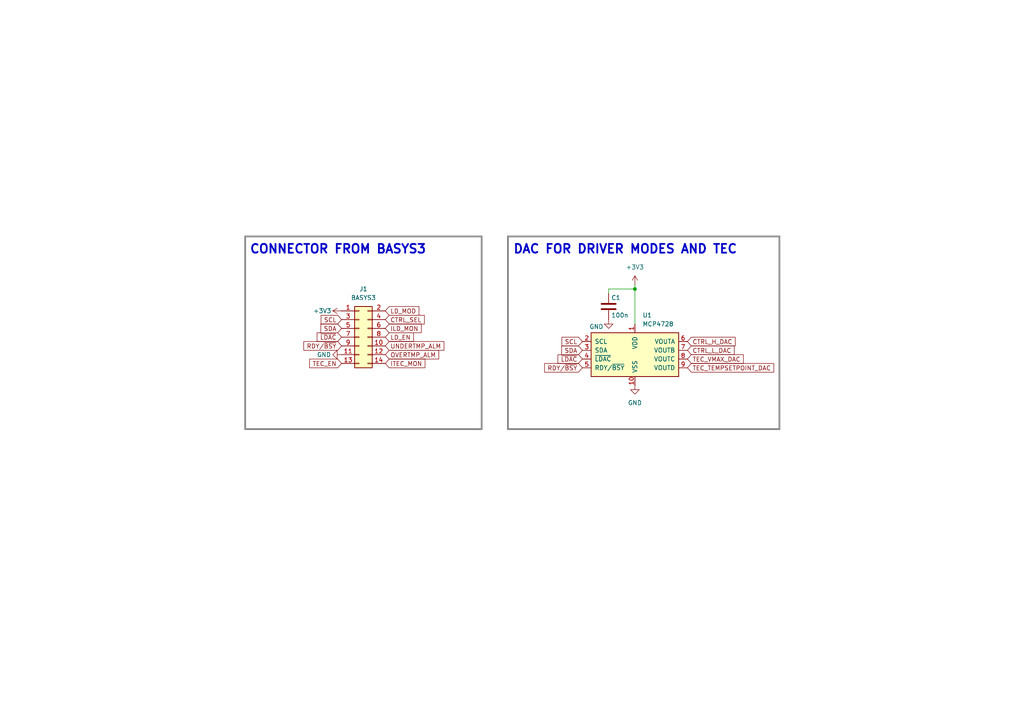
<source format=kicad_sch>
(kicad_sch (version 20241004) (generator "eeschema") (generator_version "8.99")
  (paper "A4")
  (title_block (date "2024-03-27") (comment 1 "Mirco Tollardo"))
  (lib_symbols
    (symbol "Analog_DAC:MCP4728" (pin_names (offset 1.016))
      (property "Reference" "U" (at -12.7 6.35 0))
      (property "Value" "MCP4728" (at 12.7 6.35 0))
      (symbol "MCP4728_0_1"
        (rectangle (start -12.7 5.08) (end 12.7 -7.62) (stroke (width 0.254)) (fill (type background)))
      )
      (symbol "MCP4728_1_1"
        (pin input line (at -15.24 2.54 0) (length 2.54) (name "SCL") (number "2"))
        (pin bidirectional line (at -15.24 0 0) (length 2.54) (name "SDA") (number "3"))
        (pin input line (at -15.24 -2.54 0) (length 2.54) (name "~{LDAC}") (number "4"))
        (pin output line (at -15.24 -5.08 0) (length 2.54) (name "RDY/~{BSY}") (number "5"))
        (pin power_in line (at 0 7.62 270) (length 2.54) (name "VDD") (number "1"))
        (pin power_in line (at 0 -10.16 90) (length 2.54) (name "VSS") (number "10"))
        (pin output line (at 15.24 2.54 180) (length 2.54) (name "VOUTA") (number "6"))
        (pin output line (at 15.24 0 180) (length 2.54) (name "VOUTB") (number "7"))
        (pin output line (at 15.24 -2.54 180) (length 2.54) (name "VOUTC") (number "8"))
        (pin output line (at 15.24 -5.08 180) (length 2.54) (name "VOUTD") (number "9"))
      )
    )
    (symbol "Connector_Generic:Conn_02x07_Odd_Even" (pin_names (offset 1.016) (hide yes))
      (property "Reference" "J" (at 1.27 10.16 0))
      (property "Value" "Conn_02x07_Odd_Even" (at 1.27 -10.16 0))
      (symbol "Conn_02x07_Odd_Even_1_1"
        (rectangle (start -1.27 8.89) (end 3.81 -8.89) (stroke (width 0.254)) (fill (type background)))
        (rectangle (start -1.27 7.747) (end 0 7.493) (stroke (width 0.1524)))
        (rectangle (start -1.27 5.207) (end 0 4.953) (stroke (width 0.1524)))
        (rectangle (start -1.27 2.667) (end 0 2.413) (stroke (width 0.1524)))
        (rectangle (start -1.27 0.127) (end 0 -0.127) (stroke (width 0.1524)))
        (rectangle (start -1.27 -2.413) (end 0 -2.667) (stroke (width 0.1524)))
        (rectangle (start -1.27 -4.953) (end 0 -5.207) (stroke (width 0.1524)))
        (rectangle (start -1.27 -7.493) (end 0 -7.747) (stroke (width 0.1524)))
        (rectangle (start 3.81 7.747) (end 2.54 7.493) (stroke (width 0.1524)))
        (rectangle (start 3.81 5.207) (end 2.54 4.953) (stroke (width 0.1524)))
        (rectangle (start 3.81 2.667) (end 2.54 2.413) (stroke (width 0.1524)))
        (rectangle (start 3.81 0.127) (end 2.54 -0.127) (stroke (width 0.1524)))
        (rectangle (start 3.81 -2.413) (end 2.54 -2.667) (stroke (width 0.1524)))
        (rectangle (start 3.81 -4.953) (end 2.54 -5.207) (stroke (width 0.1524)))
        (rectangle (start 3.81 -7.493) (end 2.54 -7.747) (stroke (width 0.1524)))
        (pin passive line (at -5.08 7.62 0) (length 3.81) (name "Pin_1") (number "1"))
        (pin passive line (at -5.08 5.08 0) (length 3.81) (name "Pin_3") (number "3"))
        (pin passive line (at -5.08 2.54 0) (length 3.81) (name "Pin_5") (number "5"))
        (pin passive line (at -5.08 0 0) (length 3.81) (name "Pin_7") (number "7"))
        (pin passive line (at -5.08 -2.54 0) (length 3.81) (name "Pin_9") (number "9"))
        (pin passive line (at -5.08 -5.08 0) (length 3.81) (name "Pin_11") (number "11"))
        (pin passive line (at -5.08 -7.62 0) (length 3.81) (name "Pin_13") (number "13"))
        (pin passive line (at 7.62 7.62 180) (length 3.81) (name "Pin_2") (number "2"))
        (pin passive line (at 7.62 5.08 180) (length 3.81) (name "Pin_4") (number "4"))
        (pin passive line (at 7.62 2.54 180) (length 3.81) (name "Pin_6") (number "6"))
        (pin passive line (at 7.62 0 180) (length 3.81) (name "Pin_8") (number "8"))
        (pin passive line (at 7.62 -2.54 180) (length 3.81) (name "Pin_10") (number "10"))
        (pin passive line (at 7.62 -5.08 180) (length 3.81) (name "Pin_12") (number "12"))
        (pin passive line (at 7.62 -7.62 180) (length 3.81) (name "Pin_14") (number "14"))
      )
    )
    (symbol "Device:C" (pin_numbers (hide yes)) (pin_names (offset 0.254))
      (property "Reference" "C" (at 0.635 2.54 0))
      (property "Value" "C" (at 0.635 -2.54 0))
      (symbol "C_0_1"
        (polyline (pts (xy -2.032 0.762) (xy 2.032 0.762)) (stroke (width 0.508)))
        (polyline (pts (xy -2.032 -0.762) (xy 2.032 -0.762)) (stroke (width 0.508)))
      )
      (symbol "C_1_1"
        (pin passive line (at 0 3.81 270) (length 2.794) (name "~") (number "1"))
        (pin passive line (at 0 -3.81 90) (length 2.794) (name "~") (number "2"))
      )
    )
    (symbol "power:+3V3" (power) (pin_numbers (hide yes)) (pin_names (offset 0) (hide yes))
      (property "Value" "+3V3" (at 0 3.556 0))
      (symbol "+3V3_0_1"
        (polyline (pts (xy -0.762 1.27) (xy 0 2.54)))
        (polyline (pts (xy 0 2.54) (xy 0.762 1.27)))
        (polyline (pts (xy 0 0) (xy 0 2.54)))
      )
      (symbol "+3V3_1_1"
        (pin power_in line (at 0 0 90) (length 0) (name "~") (number "1"))
      )
    )
    (symbol "power:GND" (power) (pin_numbers (hide yes)) (pin_names (offset 0) (hide yes))
      (property "Value" "GND" (at 0 -3.81 0))
      (symbol "GND_0_1"
        (polyline (pts (xy 0 0) (xy 0 -1.27) (xy 1.27 -1.27) (xy 0 -2.54) (xy -1.27 -1.27) (xy 0 -1.27)))
      )
      (symbol "GND_1_1"
        (pin power_in line (at 0 0 270) (length 0) (name "~") (number "1"))
      )
    )
  )
  (text "DAC FOR DRIVER MODES AND TEC" (at 181.356 72.39 0) (effects (font (size 2.54 2.54) (thickness 0.508) (bold yes))))
  (text "CONNECTOR FROM BASYS3" (at 98.044 72.39 0) (effects (font (size 2.54 2.54) (thickness 0.508) (bold yes))))
  (junction (at 184.15 83.82))
  (wire (pts (xy 176.53 83.82) (xy 184.15 83.82)))
  (wire (pts (xy 176.53 83.82) (xy 176.53 85.09)))
  (wire (pts (xy 184.15 82.55) (xy 184.15 83.82)))
  (polyline (pts (xy 226.06 68.58) (xy 147.32 68.58)) (stroke (width 0.508) (color 132 132 132 1)))
  (polyline (pts (xy 139.7 68.58) (xy 71.12 68.58)) (stroke (width 0.508) (color 132 132 132 1)))
  (polyline (pts (xy 147.32 68.58) (xy 147.32 124.46)) (stroke (width 0.508) (color 132 132 132 1)))
  (polyline (pts (xy 139.7 124.46) (xy 139.7 68.58)) (stroke (width 0.508) (color 132 132 132 1)))
  (polyline (pts (xy 147.32 124.46) (xy 226.06 124.46)) (stroke (width 0.508) (color 132 132 132 1)))
  (polyline (pts (xy 71.12 124.46) (xy 139.7 124.46)) (stroke (width 0.508) (color 132 132 132 1)))
  (polyline (pts (xy 71.12 68.58) (xy 71.12 124.46)) (stroke (width 0.508) (color 132 132 132 1)))
  (polyline (pts (xy 226.06 124.46) (xy 226.06 68.58)) (stroke (width 0.508) (color 132 132 132 1)))
  (wire (pts (xy 184.15 83.82) (xy 184.15 93.98)))
  (global_label "LD_MOD" (shape input) (at 111.76 90.17 0) (property "Intersheetrefs" "${INTERSHEET_REFS}" (effects (hide yes))))
  (global_label "RDY{slash}~{BSY}" (shape input) (at 99.06 100.33 180) (property "Intersheetrefs" "${INTERSHEET_REFS}" (effects (hide yes))))
  (global_label "~{LDAC}" (shape input) (at 99.06 97.79 180) (property "Intersheetrefs" "${INTERSHEET_REFS}" (effects (hide yes))))
  (global_label "SCL" (shape input) (at 168.91 99.06 180) (property "Intersheetrefs" "${INTERSHEET_REFS}" (effects (hide yes))))
  (global_label "UNDERTMP_ALM" (shape input) (at 111.76 100.33 0) (property "Intersheetrefs" "${INTERSHEET_REFS}" (effects (hide yes))))
  (global_label "ILD_MON" (shape input) (at 111.76 95.25 0) (property "Intersheetrefs" "${INTERSHEET_REFS}" (effects (hide yes))))
  (global_label "CTRL_SEL" (shape input) (at 111.76 92.71 0) (property "Intersheetrefs" "${INTERSHEET_REFS}" (effects (hide yes))))
  (global_label "TEC_VMAX_DAC" (shape input) (at 199.39 104.14 0) (property "Intersheetrefs" "${INTERSHEET_REFS}" (effects (hide yes))))
  (global_label "TEC_EN" (shape input) (at 99.06 105.41 180) (property "Intersheetrefs" "${INTERSHEET_REFS}" (effects (hide yes))))
  (global_label "CTRL_L_DAC" (shape input) (at 199.39 101.6 0) (property "Intersheetrefs" "${INTERSHEET_REFS}" (effects (hide yes))))
  (global_label "LD_EN" (shape input) (at 111.76 97.79 0) (property "Intersheetrefs" "${INTERSHEET_REFS}" (effects (hide yes))))
  (global_label "ITEC_MON" (shape input) (at 111.76 105.41 0) (property "Intersheetrefs" "${INTERSHEET_REFS}" (effects (hide yes))))
  (global_label "~{LDAC}" (shape input) (at 168.91 104.14 180) (property "Intersheetrefs" "${INTERSHEET_REFS}" (effects (hide yes))))
  (global_label "TEC_TEMPSETPOINT_DAC" (shape input) (at 199.39 106.68 0) (property "Intersheetrefs" "${INTERSHEET_REFS}" (effects (hide yes))))
  (global_label "SDA" (shape input) (at 99.06 95.25 180) (property "Intersheetrefs" "${INTERSHEET_REFS}" (effects (hide yes))))
  (global_label "RDY{slash}~{BSY}" (shape input) (at 168.91 106.68 180) (property "Intersheetrefs" "${INTERSHEET_REFS}" (effects (hide yes))))
  (global_label "SDA" (shape input) (at 168.91 101.6 180) (property "Intersheetrefs" "${INTERSHEET_REFS}" (effects (hide yes))))
  (global_label "OVERTMP_ALM" (shape input) (at 111.76 102.87 0) (property "Intersheetrefs" "${INTERSHEET_REFS}" (effects (hide yes))))
  (global_label "CTRL_H_DAC" (shape input) (at 199.39 99.06 0) (property "Intersheetrefs" "${INTERSHEET_REFS}" (effects (hide yes))))
  (global_label "SCL" (shape input) (at 99.06 92.71 180) (property "Intersheetrefs" "${INTERSHEET_REFS}" (effects (hide yes))))
  (symbol (lib_id "Analog_DAC:MCP4728") (at 184.15 101.6 0) (unit 1)
    (property "Reference" "U1" (at 186.3441 91.44 0) (effects (justify left)))
    (property "Value" "MCP4728" (at 186.3441 93.98 0) (effects (justify left)))
    (property "Footprint" "Package_SO:MSOP-10_3x3mm_P0.5mm" (effects (hide yes)))
    (property "Datasheet" "http://ww1.microchip.com/downloads/en/DeviceDoc/22187E.pdf" (effects (hide yes)))
    (property "Description" "12-bit digital to analog converter, quad output, 2.048V internal reference, integrated EEPROM, I2C interface" (effects (hide yes)))
    (property "PN" " MCP4728-E/UN " (effects (hide yes)))
    (property "Store Link" "https://www.mouser.it/ProductDetail/Microchip-Technology/MCP4728-E-UN?qs=E6wAi2XWqcP2zTenScklGA%3D%3D" (effects (hide yes)))
  )
  (symbol (lib_id "Device:C") (at 176.53 88.9 0) (unit 1)
    (property "Reference" "C1" (at 177.292 86.36 0) (effects (justify left)))
    (property "Value" "100n" (at 177.292 91.44 0) (effects (justify left)))
    (property "Footprint" "Capacitor_SMD:C_0603_1608Metric" (effects (hide yes)))
    (property "Description" "Unpolarized capacitor" (effects (hide yes)))
    (property "Voltage Rating" "6V3" (effects (hide yes)))
    (property "PN" " CL10B104KB8NNND " (effects (hide yes)))
    (property "Store Link" "https://www.mouser.it/ProductDetail/Samsung-Electro-Mechanics/CL10B104KB8NNND?qs=349EhDEZ59pgcFJT%2FYAROA%3D%3D" (effects (hide yes)))
  )
  (symbol (lib_id "power:+3V3") (at 184.15 82.55 0) (unit 1)
    (property "Reference" "#PWR06" (effects (hide yes)))
    (property "Value" "+3V3" (at 184.15 77.47 0))
    (property "Description" "Power symbol creates a global label with name \"+3V3\"" (effects (hide yes)))
  )
  (symbol (lib_id "Connector_Generic:Conn_02x07_Odd_Even") (at 104.14 97.79 0) (unit 1) (in_bom no)
    (property "Reference" "J1" (at 105.41 83.82 0))
    (property "Value" "BASYS3" (at 105.41 86.36 0))
    (property "Footprint" "Connector_PinHeader_2.54mm:PinHeader_2x07_P2.54mm_Horizontal" (effects (hide yes)))
    (property "Description" "Generic connector, double row, 02x07, odd/even pin numbering scheme (row 1 odd numbers, row 2 even numbers), script generated (kicad-library-utils/schlib/autogen/connector/)" (effects (hide yes)))
  )
  (symbol (lib_id "power:GND") (at 184.15 111.76 0) (unit 1)
    (property "Reference" "#PWR07" (effects (hide yes)))
    (property "Value" "GND" (at 184.15 116.84 0))
    (property "Description" "Power symbol creates a global label with name \"GND\" , ground" (effects (hide yes)))
  )
  (symbol (lib_id "power:GND") (at 99.06 102.87 270) (unit 1)
    (property "Reference" "#PWR05" (effects (hide yes)))
    (property "Value" "GND" (at 96.012 102.87 90) (effects (justify right)))
    (property "Description" "Power symbol creates a global label with name \"GND\" , ground" (effects (hide yes)))
  )
  (symbol (lib_id "power:GND") (at 176.53 92.71 0) (unit 1)
    (property "Reference" "#PWR01" (effects (hide yes)))
    (property "Value" "GND" (at 172.974 94.742 0))
    (property "Description" "Power symbol creates a global label with name \"GND\" , ground" (effects (hide yes)))
  )
  (symbol (lib_id "power:+3V3") (at 99.06 90.17 90) (unit 1)
    (property "Reference" "#PWR02" (effects (hide yes)))
    (property "Value" "+3V3" (at 93.472 90.17 90))
    (property "Description" "Power symbol creates a global label with name \"+3V3\"" (effects (hide yes)))
  )
)
</source>
